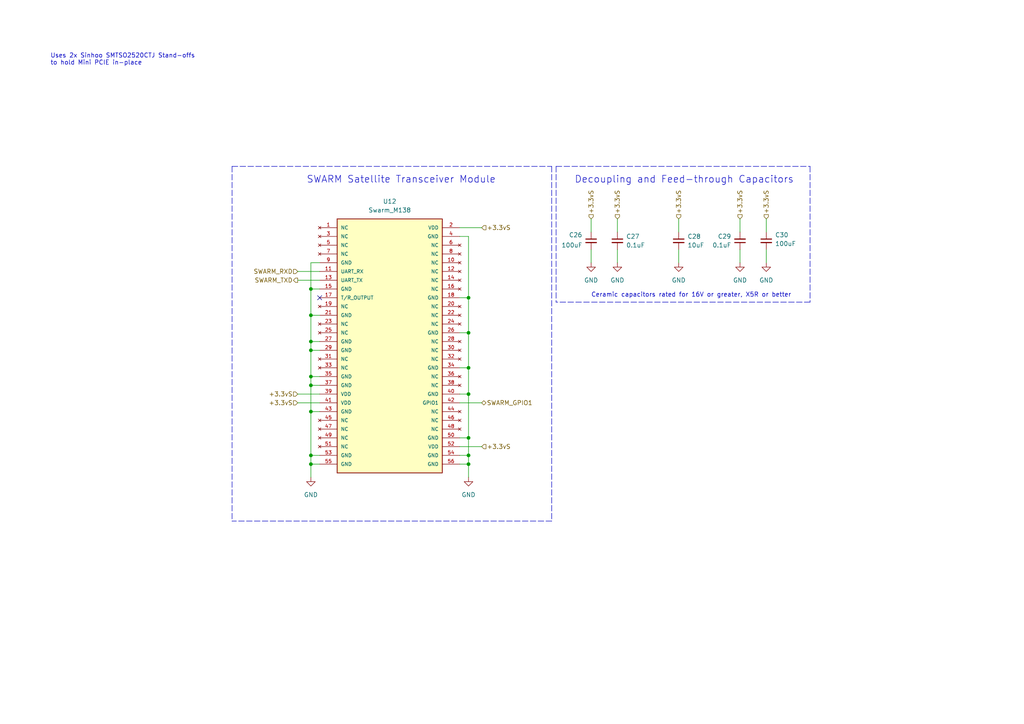
<source format=kicad_sch>
(kicad_sch (version 20211123) (generator eeschema)
  (paper "A4")
  (lib_symbols
    (symbol "Device:C_Small" (pin_numbers hide) (pin_names (offset 0.254) hide)
      (property "Reference" "C" (at 0.254 1.778 0))
      (property "Value" "C_Small" (at 0.254 -2.032 0))
      (symbol "C_Small_0_1"
        (polyline (pts (xy -1.524 -0.508) (xy 1.524 -0.508)) (stroke (width 0.3302)))
        (polyline (pts (xy -1.524 0.508) (xy 1.524 0.508)) (stroke (width 0.3048)))
      )
      (symbol "C_Small_1_1"
        (pin passive line (at 0 2.54 270) (length 2.032) (name "~") (number "1"))
        (pin passive line (at 0 -2.54 90) (length 2.032) (name "~") (number "2"))
      )
    )
    (symbol "Teapot:Swarm_M138" (pin_names (offset 1.016))
      (property "Reference" "U" (at -15.24 38.1 0))
      (property "Value" "Swarm_M138" (at -15.24 -40.64 0))
      (symbol "Swarm_M138_0_0"
        (rectangle (start -15.24 35.56) (end 15.24 -38.1) (stroke (width 0.254)) (fill (type background)))
        (pin no_connect line (at -20.32 33.02 0) (length 5.08) (name "NC") (number "1"))
        (pin no_connect line (at 20.32 22.86 180) (length 5.08) (name "NC") (number "10"))
        (pin bidirectional line (at -20.32 20.32 0) (length 5.08) (name "UART_RX") (number "11"))
        (pin no_connect line (at 20.32 20.32 180) (length 5.08) (name "NC") (number "12"))
        (pin bidirectional line (at -20.32 17.78 0) (length 5.08) (name "UART_TX") (number "13"))
        (pin no_connect line (at 20.32 17.78 180) (length 5.08) (name "NC") (number "14"))
        (pin power_in line (at -20.32 15.24 0) (length 5.08) (name "GND") (number "15"))
        (pin no_connect line (at 20.32 15.24 180) (length 5.08) (name "NC") (number "16"))
        (pin passive line (at -20.32 12.7 0) (length 5.08) (name "T/R_OUTPUT") (number "17"))
        (pin power_in line (at 20.32 12.7 180) (length 5.08) (name "GND") (number "18"))
        (pin no_connect line (at -20.32 10.16 0) (length 5.08) (name "NC") (number "19"))
        (pin power_in line (at 20.32 33.02 180) (length 5.08) (name "VDD") (number "2"))
        (pin no_connect line (at 20.32 10.16 180) (length 5.08) (name "NC") (number "20"))
        (pin power_in line (at -20.32 7.62 0) (length 5.08) (name "GND") (number "21"))
        (pin no_connect line (at 20.32 7.62 180) (length 5.08) (name "NC") (number "22"))
        (pin no_connect line (at -20.32 5.08 0) (length 5.08) (name "NC") (number "23"))
        (pin no_connect line (at 20.32 5.08 180) (length 5.08) (name "NC") (number "24"))
        (pin no_connect line (at -20.32 2.54 0) (length 5.08) (name "NC") (number "25"))
        (pin power_in line (at 20.32 2.54 180) (length 5.08) (name "GND") (number "26"))
        (pin power_in line (at -20.32 0 0) (length 5.08) (name "GND") (number "27"))
        (pin no_connect line (at 20.32 0 180) (length 5.08) (name "NC") (number "28"))
        (pin power_in line (at -20.32 -2.54 0) (length 5.08) (name "GND") (number "29"))
        (pin no_connect line (at -20.32 30.48 0) (length 5.08) (name "NC") (number "3"))
        (pin no_connect line (at 20.32 -2.54 180) (length 5.08) (name "NC") (number "30"))
        (pin no_connect line (at -20.32 -5.08 0) (length 5.08) (name "NC") (number "31"))
        (pin no_connect line (at 20.32 -5.08 180) (length 5.08) (name "NC") (number "32"))
        (pin no_connect line (at -20.32 -7.62 0) (length 5.08) (name "NC") (number "33"))
        (pin power_in line (at 20.32 -7.62 180) (length 5.08) (name "GND") (number "34"))
        (pin power_in line (at -20.32 -10.16 0) (length 5.08) (name "GND") (number "35"))
        (pin no_connect line (at 20.32 -10.16 180) (length 5.08) (name "NC") (number "36"))
        (pin power_in line (at -20.32 -12.7 0) (length 5.08) (name "GND") (number "37"))
        (pin no_connect line (at 20.32 -12.7 180) (length 5.08) (name "NC") (number "38"))
        (pin power_in line (at -20.32 -15.24 0) (length 5.08) (name "VDD") (number "39"))
        (pin power_in line (at 20.32 30.48 180) (length 5.08) (name "GND") (number "4"))
        (pin power_in line (at 20.32 -15.24 180) (length 5.08) (name "GND") (number "40"))
        (pin power_in line (at -20.32 -17.78 0) (length 5.08) (name "VDD") (number "41"))
        (pin bidirectional line (at 20.32 -17.78 180) (length 5.08) (name "GPIO1") (number "42"))
        (pin power_in line (at -20.32 -20.32 0) (length 5.08) (name "GND") (number "43"))
        (pin no_connect line (at 20.32 -20.32 180) (length 5.08) (name "NC") (number "44"))
        (pin no_connect line (at -20.32 -22.86 0) (length 5.08) (name "NC") (number "45"))
        (pin no_connect line (at 20.32 -22.86 180) (length 5.08) (name "NC") (number "46"))
        (pin no_connect line (at -20.32 -25.4 0) (length 5.08) (name "NC") (number "47"))
        (pin no_connect line (at 20.32 -25.4 180) (length 5.08) (name "NC") (number "48"))
        (pin no_connect line (at -20.32 -27.94 0) (length 5.08) (name "NC") (number "49"))
        (pin no_connect line (at -20.32 27.94 0) (length 5.08) (name "NC") (number "5"))
        (pin power_in line (at 20.32 -27.94 180) (length 5.08) (name "GND") (number "50"))
        (pin no_connect line (at -20.32 -30.48 0) (length 5.08) (name "NC") (number "51"))
        (pin power_in line (at 20.32 -30.48 180) (length 5.08) (name "VDD") (number "52"))
        (pin passive line (at -20.32 -33.02 0) (length 5.08) (name "GND") (number "53"))
        (pin passive line (at 20.32 -33.02 180) (length 5.08) (name "GND") (number "54"))
        (pin passive line (at -20.32 -35.56 0) (length 5.08) (name "GND") (number "55"))
        (pin passive line (at 20.32 -35.56 180) (length 5.08) (name "GND") (number "56"))
        (pin no_connect line (at 20.32 27.94 180) (length 5.08) (name "NC") (number "6"))
        (pin no_connect line (at -20.32 25.4 0) (length 5.08) (name "NC") (number "7"))
        (pin no_connect line (at 20.32 25.4 180) (length 5.08) (name "NC") (number "8"))
        (pin power_in line (at -20.32 22.86 0) (length 5.08) (name "GND") (number "9"))
      )
    )
    (symbol "power:GND" (power) (pin_names (offset 0))
      (property "Value" "GND" (at 0 -3.81 0))
      (symbol "GND_0_1"
        (polyline (pts (xy 0 0) (xy 0 -1.27) (xy 1.27 -1.27) (xy 0 -2.54) (xy -1.27 -1.27) (xy 0 -1.27)))
      )
      (symbol "GND_1_1"
        (pin power_in line (at 0 0 270) (length 0) hide (name "GND") (number "1"))
      )
    )
  )
  (junction (at 135.89 106.68))
  (junction (at 135.89 96.52))
  (junction (at 135.89 127))
  (junction (at 90.17 119.38))
  (junction (at 90.17 132.08))
  (junction (at 135.89 132.08))
  (junction (at 90.17 111.76))
  (junction (at 90.17 109.22))
  (junction (at 90.17 83.82))
  (junction (at 90.17 101.6))
  (junction (at 135.89 86.36))
  (junction (at 135.89 114.3))
  (junction (at 90.17 134.62))
  (junction (at 90.17 99.06))
  (junction (at 135.89 134.62))
  (junction (at 90.17 91.44))
  (no_connect (at 92.71 86.36))
  (wire (pts (xy 133.35 86.36) (xy 135.89 86.36)))
  (wire (pts (xy 179.07 63.5) (xy 179.07 67.31)))
  (wire (pts (xy 86.36 81.28) (xy 92.71 81.28)))
  (polyline (pts (xy 67.31 48.26) (xy 160.02 48.26)))
  (wire (pts (xy 214.63 72.39) (xy 214.63 76.2)))
  (wire (pts (xy 171.45 63.5) (xy 171.45 67.31)))
  (wire (pts (xy 90.17 101.6) (xy 92.71 101.6)))
  (wire (pts (xy 133.35 127) (xy 135.89 127)))
  (wire (pts (xy 133.35 134.62) (xy 135.89 134.62)))
  (wire (pts (xy 90.17 134.62) (xy 92.71 134.62)))
  (wire (pts (xy 135.89 106.68) (xy 135.89 114.3)))
  (wire (pts (xy 90.17 119.38) (xy 92.71 119.38)))
  (wire (pts (xy 90.17 76.2) (xy 92.71 76.2)))
  (wire (pts (xy 135.89 96.52) (xy 135.89 106.68)))
  (wire (pts (xy 92.71 116.84) (xy 86.36 116.84)))
  (wire (pts (xy 214.63 63.5) (xy 214.63 67.31)))
  (wire (pts (xy 90.17 138.43) (xy 90.17 134.62)))
  (wire (pts (xy 135.89 134.62) (xy 135.89 138.43)))
  (polyline (pts (xy 234.95 87.63) (xy 161.29 87.63)))
  (wire (pts (xy 135.89 86.36) (xy 135.89 96.52)))
  (wire (pts (xy 133.35 68.58) (xy 135.89 68.58)))
  (wire (pts (xy 90.17 109.22) (xy 90.17 101.6)))
  (polyline (pts (xy 234.95 48.26) (xy 234.95 87.63)))
  (wire (pts (xy 179.07 72.39) (xy 179.07 76.2)))
  (wire (pts (xy 90.17 132.08) (xy 92.71 132.08)))
  (wire (pts (xy 133.35 132.08) (xy 135.89 132.08)))
  (polyline (pts (xy 160.02 48.26) (xy 160.02 151.13)))
  (wire (pts (xy 90.17 91.44) (xy 92.71 91.44)))
  (wire (pts (xy 90.17 132.08) (xy 90.17 119.38)))
  (polyline (pts (xy 67.31 48.26) (xy 67.31 151.13)))
  (wire (pts (xy 222.25 72.39) (xy 222.25 76.2)))
  (wire (pts (xy 90.17 83.82) (xy 92.71 83.82)))
  (wire (pts (xy 196.85 72.39) (xy 196.85 76.2)))
  (wire (pts (xy 135.89 114.3) (xy 135.89 127)))
  (wire (pts (xy 90.17 99.06) (xy 92.71 99.06)))
  (wire (pts (xy 133.35 66.04) (xy 139.7 66.04)))
  (wire (pts (xy 133.35 96.52) (xy 135.89 96.52)))
  (polyline (pts (xy 161.29 48.26) (xy 234.95 48.26)))
  (wire (pts (xy 92.71 114.3) (xy 86.36 114.3)))
  (wire (pts (xy 90.17 119.38) (xy 90.17 111.76)))
  (wire (pts (xy 135.89 68.58) (xy 135.89 86.36)))
  (wire (pts (xy 133.35 106.68) (xy 135.89 106.68)))
  (wire (pts (xy 222.25 63.5) (xy 222.25 67.31)))
  (wire (pts (xy 135.89 132.08) (xy 135.89 134.62)))
  (wire (pts (xy 90.17 109.22) (xy 92.71 109.22)))
  (wire (pts (xy 133.35 114.3) (xy 135.89 114.3)))
  (wire (pts (xy 133.35 129.54) (xy 139.7 129.54)))
  (wire (pts (xy 90.17 134.62) (xy 90.17 132.08)))
  (wire (pts (xy 171.45 72.39) (xy 171.45 76.2)))
  (wire (pts (xy 90.17 91.44) (xy 90.17 83.82)))
  (polyline (pts (xy 161.29 48.26) (xy 161.29 87.63)))
  (wire (pts (xy 90.17 111.76) (xy 92.71 111.76)))
  (wire (pts (xy 90.17 99.06) (xy 90.17 91.44)))
  (wire (pts (xy 90.17 83.82) (xy 90.17 76.2)))
  (wire (pts (xy 86.36 78.74) (xy 92.71 78.74)))
  (wire (pts (xy 135.89 127) (xy 135.89 132.08)))
  (wire (pts (xy 90.17 111.76) (xy 90.17 109.22)))
  (wire (pts (xy 90.17 101.6) (xy 90.17 99.06)))
  (wire (pts (xy 133.35 116.84) (xy 139.7 116.84)))
  (wire (pts (xy 196.85 63.5) (xy 196.85 67.31)))
  (polyline (pts (xy 160.02 151.13) (xy 67.31 151.13)))
  (text "SWARM Satellite Transceiver Module" (at 88.9 53.34 0) (effects (font (size 2.0066 2.0066)) (justify left bottom)))
  (text " Decoupling and Feed-through Capacitors" (at 165.1 53.34 0) (effects (font (size 2.0066 2.0066)) (justify left bottom)))
  (text "Uses 2x Sinhoo SMTSO2520CTJ Stand-offs\nto hold Mini PCIE in-place" (at 14.605 19.05 0) (effects (font (size 1.27 1.27)) (justify left bottom)))
  (text "Ceramic capacitors rated for 16V or greater, X5R or better" (at 171.45 86.36 0) (effects (font (size 1.27 1.27)) (justify left bottom)))
  (hierarchical_label "+3.3vS" (shape input) (at 179.07 63.5 90))
  (hierarchical_label "SWARM_GPIO1" (shape bidirectional) (at 139.7 116.84 0))
  (hierarchical_label "SWARM_RXD" (shape input) (at 86.36 78.74 180))
  (hierarchical_label "SWARM_TXD" (shape output) (at 86.36 81.28 180))
  (hierarchical_label "+3.3vS" (shape input) (at 222.25 63.5 90))
  (hierarchical_label "+3.3vS" (shape input) (at 196.85 63.5 90))
  (hierarchical_label "+3.3vS" (shape input) (at 139.7 66.04 0))
  (hierarchical_label "+3.3vS" (shape input) (at 171.45 63.5 90))
  (hierarchical_label "+3.3vS" (shape input) (at 86.36 116.84 180))
  (hierarchical_label "+3.3vS" (shape input) (at 139.7 129.54 0))
  (hierarchical_label "+3.3vS" (shape input) (at 86.36 114.3 180))
  (hierarchical_label "+3.3vS" (shape input) (at 214.63 63.5 90))
  (symbol (lib_id "power:GND") (at 196.85 76.2 0) (unit 1)
    (property "Reference" "#PWR0127" (effects hide))
    (property "Value" "GND" (at 196.85 81.28 0))
  )
  (symbol (lib_id "Device:C_Small") (at 179.07 69.85 0) (unit 1)
    (property "Reference" "C27" (at 181.61 68.5862 0) (effects (justify left)))
    (property "Value" "0.1uF" (at 181.61 71.1262 0) (effects (justify left)))
    (property "Footprint" "Capacitor_SMD:C_0402_1005Metric" (effects hide))
    (property "Datasheet" "https://www.mouser.com/ProductDetail/KYOCERA-AVX/0402YC104JAT2A?qs=pmB%252BthhaMeXGr2DhITyVgg%3D%3Dhttps://www.mouser.com/ProductDetail/KYOCERA-AVX/0402YC104JAT2A?qs=pmB%252BthhaMeXGr2DhITyVgg%3D%3D" (effects hide))
  )
  (symbol (lib_id "Device:C_Small") (at 196.85 69.85 0) (unit 1)
    (property "Reference" "C28" (at 199.39 68.5862 0) (effects (justify left)))
    (property "Value" "10uF" (at 199.39 71.1262 0) (effects (justify left)))
    (property "Footprint" "Capacitor_SMD:C_0805_2012Metric" (effects hide))
    (property "Datasheet" "https://www.mouser.com/ProductDetail/KYOCERA-AVX/0805YD106KAT4A?qs=f21FSZc47PjuIzVf8WWYfg%3D%3D" (effects hide))
  )
  (symbol (lib_id "power:GND") (at 90.17 138.43 0) (unit 1)
    (property "Reference" "#PWR0133" (effects hide))
    (property "Value" "GND" (at 90.17 143.51 0))
  )
  (symbol (lib_id "power:GND") (at 222.25 76.2 0) (unit 1)
    (property "Reference" "#PWR0128" (effects hide))
    (property "Value" "GND" (at 222.25 81.28 0))
  )
  (symbol (lib_id "power:GND") (at 135.89 138.43 0) (unit 1)
    (property "Reference" "#PWR0132" (effects hide))
    (property "Value" "GND" (at 135.89 143.51 0))
  )
  (symbol (lib_id "Device:C_Small") (at 222.25 69.85 0) (unit 1)
    (property "Reference" "C30" (at 224.79 68.1481 0) (effects (justify left)))
    (property "Value" "100uF" (at 224.79 70.6881 0) (effects (justify left)))
    (property "Footprint" "Capacitor_SMD:C_1210_3225Metric" (effects hide))
    (property "Datasheet" "https://www.mouser.com/ProductDetail/KYOCERA-AVX/1210YD107MAT4A?qs=PzGy0jfpSMvkxeCjh0SSnA%3D%3D" (effects hide))
  )
  (symbol (lib_id "Device:C_Small") (at 214.63 69.85 0) (mirror x) (unit 1)
    (property "Reference" "C29" (at 212.09 68.5735 0) (effects (justify right)))
    (property "Value" "0.1uF" (at 212.09 71.1135 0) (effects (justify right)))
    (property "Footprint" "Capacitor_SMD:C_0402_1005Metric" (effects hide))
    (property "Datasheet" "https://www.mouser.com/ProductDetail/KYOCERA-AVX/0402YC104JAT2A?qs=pmB%252BthhaMeXGr2DhITyVgg%3D%3Dhttps://www.mouser.com/ProductDetail/KYOCERA-AVX/0402YC104JAT2A?qs=pmB%252BthhaMeXGr2DhITyVgg%3D%3D" (effects hide))
  )
  (symbol (lib_id "Device:C_Small") (at 171.45 69.85 0) (mirror y) (unit 1)
    (property "Reference" "C26" (at 168.91 68.1481 0) (effects (justify left)))
    (property "Value" "100uF" (at 168.91 71.12 0) (effects (justify left)))
    (property "Footprint" "Capacitor_SMD:C_1210_3225Metric" (effects hide))
    (property "Datasheet" "https://www.mouser.com/ProductDetail/KYOCERA-AVX/1210YD107MAT4A?qs=PzGy0jfpSMvkxeCjh0SSnA%3D%3D" (effects hide))
  )
  (symbol (lib_id "power:GND") (at 171.45 76.2 0) (unit 1)
    (property "Reference" "#PWR0125" (effects hide))
    (property "Value" "GND" (at 171.45 81.28 0))
  )
  (symbol (lib_id "power:GND") (at 214.63 76.2 0) (unit 1)
    (property "Reference" "#PWR0126" (effects hide))
    (property "Value" "GND" (at 214.63 81.28 0))
  )
  (symbol (lib_id "power:GND") (at 179.07 76.2 0) (unit 1)
    (property "Reference" "#PWR0129" (effects hide))
    (property "Value" "GND" (at 179.07 81.28 0))
  )
  (symbol (lib_id "Teapot:Swarm_M138") (at 113.03 99.06 0) (unit 1)
    (property "Reference" "U12" (at 113.03 58.42 0))
    (property "Value" "Swarm_M138" (at 113.03 60.96 0))
    (property "Footprint" "Teapot:Swarm_M138" (effects hide))
    (property "Manufacturer" "Swarm" (effects hide))
    (property "Revision" "1.02" (effects hide))
  )
)
</source>
